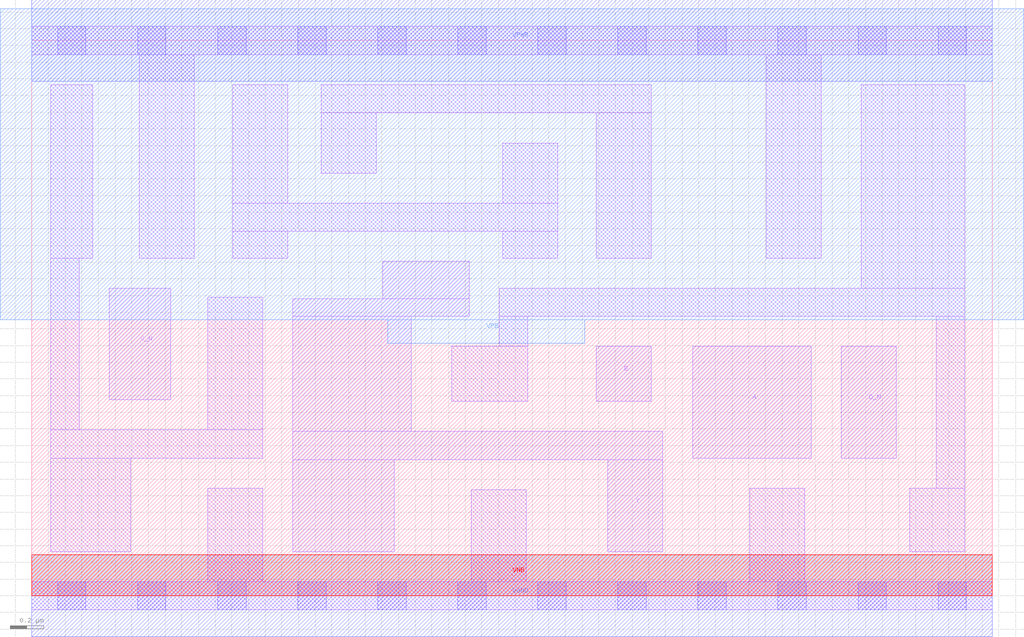
<source format=lef>
# Copyright 2020 The SkyWater PDK Authors
#
# Licensed under the Apache License, Version 2.0 (the "License");
# you may not use this file except in compliance with the License.
# You may obtain a copy of the License at
#
#     https://www.apache.org/licenses/LICENSE-2.0
#
# Unless required by applicable law or agreed to in writing, software
# distributed under the License is distributed on an "AS IS" BASIS,
# WITHOUT WARRANTIES OR CONDITIONS OF ANY KIND, either express or implied.
# See the License for the specific language governing permissions and
# limitations under the License.
#
# SPDX-License-Identifier: Apache-2.0

VERSION 5.7 ;
  NOWIREEXTENSIONATPIN ON ;
  DIVIDERCHAR "/" ;
  BUSBITCHARS "[]" ;
MACRO sky130_fd_sc_lp__nor4bb_lp
  CLASS CORE ;
  FOREIGN sky130_fd_sc_lp__nor4bb_lp ;
  ORIGIN  0.000000  0.000000 ;
  SIZE  5.760000 BY  3.330000 ;
  SYMMETRY X Y R90 ;
  SITE unit ;
  PIN A
    ANTENNAGATEAREA  0.376000 ;
    DIRECTION INPUT ;
    USE SIGNAL ;
    PORT
      LAYER li1 ;
        RECT 3.965000 0.825000 4.675000 1.495000 ;
    END
  END A
  PIN B
    ANTENNAGATEAREA  0.376000 ;
    DIRECTION INPUT ;
    USE SIGNAL ;
    PORT
      LAYER li1 ;
        RECT 3.385000 1.165000 3.715000 1.495000 ;
    END
  END B
  PIN C_N
    ANTENNAGATEAREA  0.376000 ;
    DIRECTION INPUT ;
    USE SIGNAL ;
    PORT
      LAYER li1 ;
        RECT 0.465000 1.175000 0.835000 1.845000 ;
    END
  END C_N
  PIN D_N
    ANTENNAGATEAREA  0.376000 ;
    DIRECTION INPUT ;
    USE SIGNAL ;
    PORT
      LAYER li1 ;
        RECT 4.855000 0.825000 5.185000 1.495000 ;
    END
  END D_N
  PIN Y
    ANTENNADIFFAREA  0.520200 ;
    DIRECTION OUTPUT ;
    USE SIGNAL ;
    PORT
      LAYER li1 ;
        RECT 1.565000 0.265000 2.175000 0.815000 ;
        RECT 1.565000 0.815000 3.785000 0.985000 ;
        RECT 1.565000 0.985000 2.275000 1.675000 ;
        RECT 1.565000 1.675000 2.625000 1.780000 ;
        RECT 2.105000 1.780000 2.625000 2.005000 ;
        RECT 3.455000 0.265000 3.785000 0.815000 ;
    END
  END Y
  PIN VGND
    DIRECTION INOUT ;
    USE GROUND ;
    PORT
      LAYER met1 ;
        RECT 0.000000 -0.245000 5.760000 0.245000 ;
    END
  END VGND
  PIN VNB
    DIRECTION INOUT ;
    USE GROUND ;
    PORT
      LAYER pwell ;
        RECT 0.000000 0.000000 5.760000 0.245000 ;
    END
  END VNB
  PIN VPB
    DIRECTION INOUT ;
    USE POWER ;
    PORT
      LAYER nwell ;
        RECT -0.190000 1.655000 5.950000 3.520000 ;
        RECT  2.135000 1.515000 3.315000 1.655000 ;
    END
  END VPB
  PIN VPWR
    DIRECTION INOUT ;
    USE POWER ;
    PORT
      LAYER met1 ;
        RECT 0.000000 3.085000 5.760000 3.575000 ;
    END
  END VPWR
  OBS
    LAYER li1 ;
      RECT 0.000000 -0.085000 5.760000 0.085000 ;
      RECT 0.000000  3.245000 5.760000 3.415000 ;
      RECT 0.115000  0.265000 0.595000 0.825000 ;
      RECT 0.115000  0.825000 1.385000 0.995000 ;
      RECT 0.115000  0.995000 0.285000 2.025000 ;
      RECT 0.115000  2.025000 0.365000 3.065000 ;
      RECT 0.645000  2.025000 0.975000 3.245000 ;
      RECT 1.055000  0.085000 1.385000 0.645000 ;
      RECT 1.055000  0.995000 1.385000 1.790000 ;
      RECT 1.205000  2.025000 1.535000 2.185000 ;
      RECT 1.205000  2.185000 3.155000 2.355000 ;
      RECT 1.205000  2.355000 1.535000 3.065000 ;
      RECT 1.735000  2.535000 2.065000 2.895000 ;
      RECT 1.735000  2.895000 3.715000 3.065000 ;
      RECT 2.520000  1.165000 2.975000 1.495000 ;
      RECT 2.635000  0.085000 2.965000 0.635000 ;
      RECT 2.805000  1.495000 2.975000 1.675000 ;
      RECT 2.805000  1.675000 5.595000 1.845000 ;
      RECT 2.825000  2.025000 3.155000 2.185000 ;
      RECT 2.825000  2.355000 3.155000 2.715000 ;
      RECT 3.385000  2.025000 3.715000 2.895000 ;
      RECT 4.305000  0.085000 4.635000 0.645000 ;
      RECT 4.405000  2.025000 4.735000 3.245000 ;
      RECT 4.975000  1.845000 5.595000 3.065000 ;
      RECT 5.265000  0.265000 5.595000 0.645000 ;
      RECT 5.425000  0.645000 5.595000 1.675000 ;
    LAYER mcon ;
      RECT 0.155000 -0.085000 0.325000 0.085000 ;
      RECT 0.155000  3.245000 0.325000 3.415000 ;
      RECT 0.635000 -0.085000 0.805000 0.085000 ;
      RECT 0.635000  3.245000 0.805000 3.415000 ;
      RECT 1.115000 -0.085000 1.285000 0.085000 ;
      RECT 1.115000  3.245000 1.285000 3.415000 ;
      RECT 1.595000 -0.085000 1.765000 0.085000 ;
      RECT 1.595000  3.245000 1.765000 3.415000 ;
      RECT 2.075000 -0.085000 2.245000 0.085000 ;
      RECT 2.075000  3.245000 2.245000 3.415000 ;
      RECT 2.555000 -0.085000 2.725000 0.085000 ;
      RECT 2.555000  3.245000 2.725000 3.415000 ;
      RECT 3.035000 -0.085000 3.205000 0.085000 ;
      RECT 3.035000  3.245000 3.205000 3.415000 ;
      RECT 3.515000 -0.085000 3.685000 0.085000 ;
      RECT 3.515000  3.245000 3.685000 3.415000 ;
      RECT 3.995000 -0.085000 4.165000 0.085000 ;
      RECT 3.995000  3.245000 4.165000 3.415000 ;
      RECT 4.475000 -0.085000 4.645000 0.085000 ;
      RECT 4.475000  3.245000 4.645000 3.415000 ;
      RECT 4.955000 -0.085000 5.125000 0.085000 ;
      RECT 4.955000  3.245000 5.125000 3.415000 ;
      RECT 5.435000 -0.085000 5.605000 0.085000 ;
      RECT 5.435000  3.245000 5.605000 3.415000 ;
  END
END sky130_fd_sc_lp__nor4bb_lp
END LIBRARY

</source>
